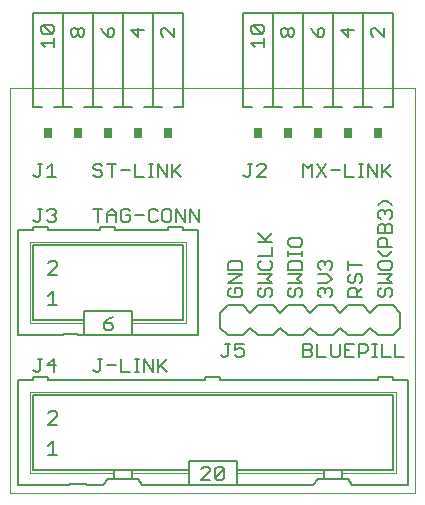
<source format=gto>
G75*
%MOIN*%
%OFA0B0*%
%FSLAX25Y25*%
%IPPOS*%
%LPD*%
%AMOC8*
5,1,8,0,0,1.08239X$1,22.5*
%
%ADD10C,0.00000*%
%ADD11C,0.00500*%
%ADD12C,0.00600*%
%ADD13C,0.00200*%
%ADD14R,0.02600X0.03200*%
D10*
X0014500Y0012000D02*
X0149500Y0012000D01*
X0149500Y0147000D01*
X0014500Y0147000D01*
X0014500Y0012000D01*
D11*
X0027250Y0024750D02*
X0030253Y0024750D01*
X0028751Y0024750D02*
X0028751Y0029254D01*
X0027250Y0027753D01*
X0027250Y0034750D02*
X0030253Y0037753D01*
X0030253Y0038503D01*
X0029502Y0039254D01*
X0028001Y0039254D01*
X0027250Y0038503D01*
X0027250Y0034750D02*
X0030253Y0034750D01*
X0029106Y0052250D02*
X0029106Y0056754D01*
X0026854Y0054502D01*
X0029856Y0054502D01*
X0025253Y0056754D02*
X0023751Y0056754D01*
X0024502Y0056754D02*
X0024502Y0053001D01*
X0023751Y0052250D01*
X0023001Y0052250D01*
X0022250Y0053001D01*
X0042250Y0053001D02*
X0043001Y0052250D01*
X0043751Y0052250D01*
X0044502Y0053001D01*
X0044502Y0056754D01*
X0043751Y0056754D02*
X0045253Y0056754D01*
X0046854Y0054502D02*
X0049856Y0054502D01*
X0051458Y0056754D02*
X0051458Y0052250D01*
X0054460Y0052250D01*
X0056062Y0052250D02*
X0057563Y0052250D01*
X0056812Y0052250D02*
X0056812Y0056754D01*
X0056062Y0056754D02*
X0057563Y0056754D01*
X0059131Y0056754D02*
X0062134Y0052250D01*
X0062134Y0056754D01*
X0063735Y0056754D02*
X0063735Y0052250D01*
X0063735Y0053751D02*
X0066738Y0056754D01*
X0064486Y0054502D02*
X0066738Y0052250D01*
X0059131Y0052250D02*
X0059131Y0056754D01*
X0048753Y0067001D02*
X0048753Y0067751D01*
X0048002Y0068502D01*
X0045750Y0068502D01*
X0045750Y0067001D01*
X0046501Y0066250D01*
X0048002Y0066250D01*
X0048753Y0067001D01*
X0047251Y0070003D02*
X0045750Y0068502D01*
X0047251Y0070003D02*
X0048753Y0070754D01*
X0030253Y0074750D02*
X0027250Y0074750D01*
X0028751Y0074750D02*
X0028751Y0079254D01*
X0027250Y0077753D01*
X0027250Y0084750D02*
X0030253Y0087753D01*
X0030253Y0088503D01*
X0029502Y0089254D01*
X0028001Y0089254D01*
X0027250Y0088503D01*
X0027250Y0084750D02*
X0030253Y0084750D01*
X0029106Y0102250D02*
X0027605Y0102250D01*
X0026854Y0103001D01*
X0028355Y0104502D02*
X0029106Y0104502D01*
X0029856Y0103751D01*
X0029856Y0103001D01*
X0029106Y0102250D01*
X0029106Y0104502D02*
X0029856Y0105253D01*
X0029856Y0106003D01*
X0029106Y0106754D01*
X0027605Y0106754D01*
X0026854Y0106003D01*
X0025253Y0106754D02*
X0023751Y0106754D01*
X0024502Y0106754D02*
X0024502Y0103001D01*
X0023751Y0102250D01*
X0023001Y0102250D01*
X0022250Y0103001D01*
X0023001Y0117250D02*
X0023751Y0117250D01*
X0024502Y0118001D01*
X0024502Y0121754D01*
X0023751Y0121754D02*
X0025253Y0121754D01*
X0026854Y0120253D02*
X0028355Y0121754D01*
X0028355Y0117250D01*
X0026854Y0117250D02*
X0029856Y0117250D01*
X0023001Y0117250D02*
X0022250Y0118001D01*
X0042250Y0118001D02*
X0043001Y0117250D01*
X0044502Y0117250D01*
X0045253Y0118001D01*
X0045253Y0118751D01*
X0044502Y0119502D01*
X0043001Y0119502D01*
X0042250Y0120253D01*
X0042250Y0121003D01*
X0043001Y0121754D01*
X0044502Y0121754D01*
X0045253Y0121003D01*
X0046854Y0121754D02*
X0049856Y0121754D01*
X0048355Y0121754D02*
X0048355Y0117250D01*
X0051458Y0119502D02*
X0054460Y0119502D01*
X0056062Y0121754D02*
X0056062Y0117250D01*
X0059064Y0117250D01*
X0060666Y0117250D02*
X0062167Y0117250D01*
X0061416Y0117250D02*
X0061416Y0121754D01*
X0060666Y0121754D02*
X0062167Y0121754D01*
X0063735Y0121754D02*
X0066738Y0117250D01*
X0066738Y0121754D01*
X0068339Y0121754D02*
X0068339Y0117250D01*
X0068339Y0118751D02*
X0071341Y0121754D01*
X0069090Y0119502D02*
X0071341Y0117250D01*
X0063735Y0117250D02*
X0063735Y0121754D01*
X0062918Y0106754D02*
X0061416Y0106754D01*
X0060666Y0106003D01*
X0060666Y0103001D01*
X0061416Y0102250D01*
X0062918Y0102250D01*
X0063668Y0103001D01*
X0065270Y0103001D02*
X0066020Y0102250D01*
X0067522Y0102250D01*
X0068272Y0103001D01*
X0068272Y0106003D01*
X0067522Y0106754D01*
X0066020Y0106754D01*
X0065270Y0106003D01*
X0065270Y0103001D01*
X0063668Y0106003D02*
X0062918Y0106754D01*
X0059064Y0104502D02*
X0056062Y0104502D01*
X0054460Y0104502D02*
X0054460Y0103001D01*
X0053710Y0102250D01*
X0052208Y0102250D01*
X0051458Y0103001D01*
X0051458Y0106003D01*
X0052208Y0106754D01*
X0053710Y0106754D01*
X0054460Y0106003D01*
X0054460Y0104502D02*
X0052959Y0104502D01*
X0049856Y0104502D02*
X0046854Y0104502D01*
X0046854Y0105253D02*
X0048355Y0106754D01*
X0049856Y0105253D01*
X0049856Y0102250D01*
X0046854Y0102250D02*
X0046854Y0105253D01*
X0045253Y0106754D02*
X0042250Y0106754D01*
X0043751Y0106754D02*
X0043751Y0102250D01*
X0069874Y0102250D02*
X0069874Y0106754D01*
X0072876Y0102250D01*
X0072876Y0106754D01*
X0074477Y0106754D02*
X0077480Y0102250D01*
X0077480Y0106754D01*
X0074477Y0106754D02*
X0074477Y0102250D01*
X0087997Y0089460D02*
X0087246Y0088710D01*
X0087246Y0086458D01*
X0091750Y0086458D01*
X0091750Y0088710D01*
X0090999Y0089460D01*
X0087997Y0089460D01*
X0087246Y0084856D02*
X0091750Y0084856D01*
X0087246Y0081854D01*
X0091750Y0081854D01*
X0090999Y0080253D02*
X0089498Y0080253D01*
X0089498Y0078751D01*
X0087997Y0077250D02*
X0090999Y0077250D01*
X0091750Y0078001D01*
X0091750Y0079502D01*
X0090999Y0080253D01*
X0087997Y0080253D02*
X0087246Y0079502D01*
X0087246Y0078001D01*
X0087997Y0077250D01*
X0097246Y0078001D02*
X0097997Y0077250D01*
X0098747Y0077250D01*
X0099498Y0078001D01*
X0099498Y0079502D01*
X0100249Y0080253D01*
X0100999Y0080253D01*
X0101750Y0079502D01*
X0101750Y0078001D01*
X0100999Y0077250D01*
X0097246Y0078001D02*
X0097246Y0079502D01*
X0097997Y0080253D01*
X0097246Y0081854D02*
X0101750Y0081854D01*
X0100249Y0083355D01*
X0101750Y0084856D01*
X0097246Y0084856D01*
X0097997Y0086458D02*
X0100999Y0086458D01*
X0101750Y0087208D01*
X0101750Y0088710D01*
X0100999Y0089460D01*
X0101750Y0091062D02*
X0101750Y0094064D01*
X0101750Y0095666D02*
X0097246Y0095666D01*
X0099498Y0096416D02*
X0101750Y0098668D01*
X0100249Y0095666D02*
X0097246Y0098668D01*
X0097246Y0091062D02*
X0101750Y0091062D01*
X0097997Y0089460D02*
X0097246Y0088710D01*
X0097246Y0087208D01*
X0097997Y0086458D01*
X0107246Y0086458D02*
X0107246Y0088710D01*
X0107997Y0089460D01*
X0110999Y0089460D01*
X0111750Y0088710D01*
X0111750Y0086458D01*
X0107246Y0086458D01*
X0107246Y0084856D02*
X0111750Y0084856D01*
X0110249Y0083355D01*
X0111750Y0081854D01*
X0107246Y0081854D01*
X0107997Y0080253D02*
X0107246Y0079502D01*
X0107246Y0078001D01*
X0107997Y0077250D01*
X0108747Y0077250D01*
X0109498Y0078001D01*
X0109498Y0079502D01*
X0110249Y0080253D01*
X0110999Y0080253D01*
X0111750Y0079502D01*
X0111750Y0078001D01*
X0110999Y0077250D01*
X0117246Y0078001D02*
X0117997Y0077250D01*
X0117246Y0078001D02*
X0117246Y0079502D01*
X0117997Y0080253D01*
X0118747Y0080253D01*
X0119498Y0079502D01*
X0120249Y0080253D01*
X0120999Y0080253D01*
X0121750Y0079502D01*
X0121750Y0078001D01*
X0120999Y0077250D01*
X0119498Y0078751D02*
X0119498Y0079502D01*
X0120249Y0081854D02*
X0117246Y0081854D01*
X0117246Y0084856D02*
X0120249Y0084856D01*
X0121750Y0083355D01*
X0120249Y0081854D01*
X0120999Y0086458D02*
X0121750Y0087208D01*
X0121750Y0088710D01*
X0120999Y0089460D01*
X0120249Y0089460D01*
X0119498Y0088710D01*
X0119498Y0087959D01*
X0119498Y0088710D02*
X0118747Y0089460D01*
X0117997Y0089460D01*
X0117246Y0088710D01*
X0117246Y0087208D01*
X0117997Y0086458D01*
X0111750Y0091062D02*
X0111750Y0092563D01*
X0111750Y0091812D02*
X0107246Y0091812D01*
X0107246Y0091062D02*
X0107246Y0092563D01*
X0107997Y0094131D02*
X0110999Y0094131D01*
X0111750Y0094882D01*
X0111750Y0096383D01*
X0110999Y0097134D01*
X0107997Y0097134D01*
X0107246Y0096383D01*
X0107246Y0094882D01*
X0107997Y0094131D01*
X0127246Y0089460D02*
X0127246Y0086458D01*
X0127246Y0087959D02*
X0131750Y0087959D01*
X0130999Y0084856D02*
X0131750Y0084106D01*
X0131750Y0082605D01*
X0130999Y0081854D01*
X0129498Y0082605D02*
X0129498Y0084106D01*
X0130249Y0084856D01*
X0130999Y0084856D01*
X0129498Y0082605D02*
X0128747Y0081854D01*
X0127997Y0081854D01*
X0127246Y0082605D01*
X0127246Y0084106D01*
X0127997Y0084856D01*
X0127997Y0080253D02*
X0129498Y0080253D01*
X0130249Y0079502D01*
X0130249Y0077250D01*
X0131750Y0077250D02*
X0127246Y0077250D01*
X0127246Y0079502D01*
X0127997Y0080253D01*
X0130249Y0078751D02*
X0131750Y0080253D01*
X0137246Y0079502D02*
X0137246Y0078001D01*
X0137997Y0077250D01*
X0138747Y0077250D01*
X0139498Y0078001D01*
X0139498Y0079502D01*
X0140249Y0080253D01*
X0140999Y0080253D01*
X0141750Y0079502D01*
X0141750Y0078001D01*
X0140999Y0077250D01*
X0137997Y0080253D02*
X0137246Y0079502D01*
X0137246Y0081854D02*
X0141750Y0081854D01*
X0140249Y0083355D01*
X0141750Y0084856D01*
X0137246Y0084856D01*
X0137997Y0086458D02*
X0140999Y0086458D01*
X0141750Y0087208D01*
X0141750Y0088710D01*
X0140999Y0089460D01*
X0137997Y0089460D01*
X0137246Y0088710D01*
X0137246Y0087208D01*
X0137997Y0086458D01*
X0138747Y0091062D02*
X0137246Y0092563D01*
X0137246Y0094131D02*
X0137246Y0096383D01*
X0137997Y0097134D01*
X0139498Y0097134D01*
X0140249Y0096383D01*
X0140249Y0094131D01*
X0141750Y0094131D02*
X0137246Y0094131D01*
X0138747Y0091062D02*
X0140249Y0091062D01*
X0141750Y0092563D01*
X0141750Y0098735D02*
X0137246Y0098735D01*
X0137246Y0100987D01*
X0137997Y0101738D01*
X0138747Y0101738D01*
X0139498Y0100987D01*
X0139498Y0098735D01*
X0141750Y0098735D02*
X0141750Y0100987D01*
X0140999Y0101738D01*
X0140249Y0101738D01*
X0139498Y0100987D01*
X0137997Y0103339D02*
X0137246Y0104090D01*
X0137246Y0105591D01*
X0137997Y0106341D01*
X0138747Y0106341D01*
X0139498Y0105591D01*
X0140249Y0106341D01*
X0140999Y0106341D01*
X0141750Y0105591D01*
X0141750Y0104090D01*
X0140999Y0103339D01*
X0139498Y0104840D02*
X0139498Y0105591D01*
X0137246Y0107943D02*
X0138747Y0109444D01*
X0140249Y0109444D01*
X0141750Y0107943D01*
X0141341Y0117250D02*
X0139090Y0119502D01*
X0138339Y0118751D02*
X0141341Y0121754D01*
X0138339Y0121754D02*
X0138339Y0117250D01*
X0136738Y0117250D02*
X0136738Y0121754D01*
X0133735Y0121754D02*
X0136738Y0117250D01*
X0133735Y0117250D02*
X0133735Y0121754D01*
X0132167Y0121754D02*
X0130666Y0121754D01*
X0131416Y0121754D02*
X0131416Y0117250D01*
X0130666Y0117250D02*
X0132167Y0117250D01*
X0129064Y0117250D02*
X0126062Y0117250D01*
X0126062Y0121754D01*
X0124460Y0119502D02*
X0121458Y0119502D01*
X0119856Y0117250D02*
X0116854Y0121754D01*
X0115253Y0121754D02*
X0115253Y0117250D01*
X0116854Y0117250D02*
X0119856Y0121754D01*
X0115253Y0121754D02*
X0113751Y0120253D01*
X0112250Y0121754D01*
X0112250Y0117250D01*
X0099856Y0117250D02*
X0096854Y0117250D01*
X0099856Y0120253D01*
X0099856Y0121003D01*
X0099106Y0121754D01*
X0097605Y0121754D01*
X0096854Y0121003D01*
X0095253Y0121754D02*
X0093751Y0121754D01*
X0094502Y0121754D02*
X0094502Y0118001D01*
X0093751Y0117250D01*
X0093001Y0117250D01*
X0092250Y0118001D01*
X0096247Y0160542D02*
X0094746Y0162043D01*
X0099250Y0162043D01*
X0099250Y0160542D02*
X0099250Y0163545D01*
X0098499Y0165146D02*
X0095497Y0168149D01*
X0098499Y0168149D01*
X0099250Y0167398D01*
X0099250Y0165897D01*
X0098499Y0165146D01*
X0095497Y0165146D01*
X0094746Y0165897D01*
X0094746Y0167398D01*
X0095497Y0168149D01*
X0104746Y0166398D02*
X0104746Y0164897D01*
X0105497Y0164146D01*
X0106247Y0164146D01*
X0106998Y0164897D01*
X0106998Y0166398D01*
X0107749Y0167149D01*
X0108499Y0167149D01*
X0109250Y0166398D01*
X0109250Y0164897D01*
X0108499Y0164146D01*
X0107749Y0164146D01*
X0106998Y0164897D01*
X0106998Y0166398D02*
X0106247Y0167149D01*
X0105497Y0167149D01*
X0104746Y0166398D01*
X0114746Y0167149D02*
X0115497Y0165647D01*
X0116998Y0164146D01*
X0116998Y0166398D01*
X0117749Y0167149D01*
X0118499Y0167149D01*
X0119250Y0166398D01*
X0119250Y0164897D01*
X0118499Y0164146D01*
X0116998Y0164146D01*
X0124746Y0166398D02*
X0126998Y0164146D01*
X0126998Y0167149D01*
X0129250Y0166398D02*
X0124746Y0166398D01*
X0134746Y0166398D02*
X0134746Y0164897D01*
X0135497Y0164146D01*
X0134746Y0166398D02*
X0135497Y0167149D01*
X0136247Y0167149D01*
X0139250Y0164146D01*
X0139250Y0167149D01*
X0069250Y0167149D02*
X0069250Y0164146D01*
X0066247Y0167149D01*
X0065497Y0167149D01*
X0064746Y0166398D01*
X0064746Y0164897D01*
X0065497Y0164146D01*
X0059250Y0166398D02*
X0054746Y0166398D01*
X0056998Y0164146D01*
X0056998Y0167149D01*
X0049250Y0166398D02*
X0049250Y0164897D01*
X0048499Y0164146D01*
X0046998Y0164146D01*
X0046998Y0166398D01*
X0047749Y0167149D01*
X0048499Y0167149D01*
X0049250Y0166398D01*
X0046998Y0164146D02*
X0045497Y0165647D01*
X0044746Y0167149D01*
X0039250Y0166398D02*
X0039250Y0164897D01*
X0038499Y0164146D01*
X0037749Y0164146D01*
X0036998Y0164897D01*
X0036998Y0166398D01*
X0037749Y0167149D01*
X0038499Y0167149D01*
X0039250Y0166398D01*
X0036998Y0166398D02*
X0036247Y0167149D01*
X0035497Y0167149D01*
X0034746Y0166398D01*
X0034746Y0164897D01*
X0035497Y0164146D01*
X0036247Y0164146D01*
X0036998Y0164897D01*
X0029250Y0165897D02*
X0028499Y0165146D01*
X0025497Y0168149D01*
X0028499Y0168149D01*
X0029250Y0167398D01*
X0029250Y0165897D01*
X0028499Y0165146D02*
X0025497Y0165146D01*
X0024746Y0165897D01*
X0024746Y0167398D01*
X0025497Y0168149D01*
X0029250Y0163545D02*
X0029250Y0160542D01*
X0029250Y0162043D02*
X0024746Y0162043D01*
X0026247Y0160542D01*
X0086251Y0061754D02*
X0087753Y0061754D01*
X0087002Y0061754D02*
X0087002Y0058001D01*
X0086251Y0057250D01*
X0085501Y0057250D01*
X0084750Y0058001D01*
X0089354Y0058001D02*
X0090105Y0057250D01*
X0091606Y0057250D01*
X0092356Y0058001D01*
X0092356Y0059502D01*
X0091606Y0060253D01*
X0090855Y0060253D01*
X0089354Y0059502D01*
X0089354Y0061754D01*
X0092356Y0061754D01*
X0112250Y0061754D02*
X0112250Y0057250D01*
X0114502Y0057250D01*
X0115253Y0058001D01*
X0115253Y0058751D01*
X0114502Y0059502D01*
X0112250Y0059502D01*
X0112250Y0061754D02*
X0114502Y0061754D01*
X0115253Y0061003D01*
X0115253Y0060253D01*
X0114502Y0059502D01*
X0116854Y0061754D02*
X0116854Y0057250D01*
X0119856Y0057250D01*
X0121458Y0058001D02*
X0122208Y0057250D01*
X0123710Y0057250D01*
X0124460Y0058001D01*
X0124460Y0061754D01*
X0126062Y0061754D02*
X0126062Y0057250D01*
X0129064Y0057250D01*
X0130666Y0057250D02*
X0130666Y0061754D01*
X0132918Y0061754D01*
X0133668Y0061003D01*
X0133668Y0059502D01*
X0132918Y0058751D01*
X0130666Y0058751D01*
X0127563Y0059502D02*
X0126062Y0059502D01*
X0126062Y0061754D02*
X0129064Y0061754D01*
X0135270Y0061754D02*
X0136771Y0061754D01*
X0136020Y0061754D02*
X0136020Y0057250D01*
X0135270Y0057250D02*
X0136771Y0057250D01*
X0138339Y0057250D02*
X0141341Y0057250D01*
X0142943Y0057250D02*
X0145945Y0057250D01*
X0142943Y0057250D02*
X0142943Y0061754D01*
X0138339Y0061754D02*
X0138339Y0057250D01*
X0121458Y0058001D02*
X0121458Y0061754D01*
X0085106Y0020754D02*
X0083605Y0020754D01*
X0082854Y0020003D01*
X0082854Y0017001D01*
X0085856Y0020003D01*
X0085856Y0017001D01*
X0085106Y0016250D01*
X0083605Y0016250D01*
X0082854Y0017001D01*
X0081253Y0016250D02*
X0078250Y0016250D01*
X0081253Y0019253D01*
X0081253Y0020003D01*
X0080502Y0020754D01*
X0079001Y0020754D01*
X0078250Y0020003D01*
X0085106Y0020754D02*
X0085856Y0020003D01*
D12*
X0090000Y0019500D02*
X0090000Y0018500D01*
X0090000Y0014500D01*
X0074000Y0014500D01*
X0058500Y0014500D01*
X0057000Y0016500D01*
X0055000Y0016500D01*
X0049000Y0016500D01*
X0047000Y0016500D01*
X0045500Y0014500D01*
X0040000Y0014500D01*
X0040000Y0015000D01*
X0034000Y0015000D01*
X0034000Y0014500D01*
X0017000Y0014500D01*
X0017000Y0049500D01*
X0022000Y0049500D01*
X0022000Y0050500D01*
X0027000Y0050500D01*
X0027000Y0049500D01*
X0079500Y0049500D01*
X0079500Y0050500D01*
X0084500Y0050500D01*
X0084500Y0049500D01*
X0137000Y0049500D01*
X0137000Y0050500D01*
X0142000Y0050500D01*
X0142000Y0049500D01*
X0147000Y0049500D01*
X0147000Y0014500D01*
X0128500Y0014500D01*
X0127000Y0016500D01*
X0125000Y0016500D01*
X0119000Y0016500D01*
X0117000Y0016500D01*
X0115500Y0014500D01*
X0090000Y0014500D01*
X0090000Y0019500D02*
X0119000Y0019500D01*
X0125000Y0019500D01*
X0125000Y0018500D01*
X0125000Y0016500D01*
X0125000Y0019500D02*
X0142000Y0019500D01*
X0142000Y0044500D01*
X0022000Y0044500D01*
X0022000Y0019500D01*
X0049000Y0019500D01*
X0055000Y0019500D01*
X0055000Y0018500D01*
X0055000Y0016500D01*
X0055000Y0019500D02*
X0074000Y0019500D01*
X0074000Y0018500D01*
X0074000Y0014500D01*
X0074000Y0019500D02*
X0074000Y0022500D01*
X0090000Y0022500D01*
X0090000Y0019500D01*
X0119000Y0019500D02*
X0119000Y0018500D01*
X0119000Y0016500D01*
X0117000Y0064500D02*
X0122000Y0064500D01*
X0124500Y0067000D01*
X0127000Y0064500D01*
X0132000Y0064500D01*
X0134500Y0067000D01*
X0137000Y0064500D01*
X0142000Y0064500D01*
X0144500Y0067000D01*
X0144500Y0072000D01*
X0142000Y0074500D01*
X0137000Y0074500D01*
X0134500Y0072000D01*
X0132000Y0074500D01*
X0127000Y0074500D01*
X0124500Y0072000D01*
X0122000Y0074500D01*
X0117000Y0074500D01*
X0114500Y0072000D01*
X0112000Y0074500D01*
X0107000Y0074500D01*
X0104500Y0072000D01*
X0102000Y0074500D01*
X0097000Y0074500D01*
X0094500Y0072000D01*
X0092000Y0074500D01*
X0087000Y0074500D01*
X0084500Y0072000D01*
X0084500Y0067000D01*
X0087000Y0064500D01*
X0092000Y0064500D01*
X0094500Y0067000D01*
X0097000Y0064500D01*
X0102000Y0064500D01*
X0104500Y0067000D01*
X0107000Y0064500D01*
X0112000Y0064500D01*
X0114500Y0067000D01*
X0117000Y0064500D01*
X0077000Y0064500D02*
X0055000Y0064500D01*
X0055000Y0068500D01*
X0055000Y0069500D01*
X0072000Y0069500D01*
X0072000Y0094500D01*
X0022000Y0094500D01*
X0022000Y0069500D01*
X0039000Y0069500D01*
X0039000Y0068500D01*
X0039000Y0064500D01*
X0037000Y0064500D01*
X0037000Y0065000D01*
X0032000Y0065000D01*
X0032000Y0064500D01*
X0017000Y0064500D01*
X0017000Y0099500D01*
X0022000Y0099500D01*
X0022000Y0100500D01*
X0027000Y0100500D01*
X0027000Y0099500D01*
X0044500Y0099500D01*
X0044500Y0100500D01*
X0049500Y0100500D01*
X0049500Y0099500D01*
X0067000Y0099500D01*
X0067000Y0100500D01*
X0072000Y0100500D01*
X0072000Y0099500D01*
X0077000Y0099500D01*
X0077000Y0064500D01*
X0055000Y0064500D02*
X0039000Y0064500D01*
X0039000Y0069500D02*
X0039000Y0072500D01*
X0055000Y0072500D01*
X0055000Y0069500D01*
X0049000Y0019500D02*
X0049000Y0018500D01*
X0049000Y0016500D01*
X0049000Y0140500D02*
X0052000Y0140500D01*
X0052000Y0172000D01*
X0042000Y0172000D01*
X0032000Y0172000D01*
X0022000Y0172000D01*
X0022000Y0140500D01*
X0025000Y0140500D01*
X0029000Y0140500D02*
X0032000Y0140500D01*
X0035000Y0140500D01*
X0032000Y0140500D02*
X0032000Y0172000D01*
X0042000Y0172000D02*
X0042000Y0140500D01*
X0039000Y0140500D01*
X0042000Y0140500D02*
X0045000Y0140500D01*
X0052000Y0140500D02*
X0055000Y0140500D01*
X0059000Y0140500D02*
X0062000Y0140500D01*
X0062000Y0172000D01*
X0072000Y0172000D01*
X0072000Y0140500D01*
X0069000Y0140500D01*
X0065000Y0140500D02*
X0062000Y0140500D01*
X0062000Y0172000D02*
X0052000Y0172000D01*
X0092000Y0172000D02*
X0092000Y0140500D01*
X0095000Y0140500D01*
X0099000Y0140500D02*
X0102000Y0140500D01*
X0105000Y0140500D01*
X0102000Y0140500D02*
X0102000Y0172000D01*
X0112000Y0172000D01*
X0112000Y0140500D01*
X0109000Y0140500D01*
X0112000Y0140500D02*
X0115000Y0140500D01*
X0119000Y0140500D02*
X0122000Y0140500D01*
X0122000Y0172000D01*
X0112000Y0172000D01*
X0102000Y0172000D02*
X0092000Y0172000D01*
X0122000Y0172000D02*
X0132000Y0172000D01*
X0142000Y0172000D01*
X0142000Y0140500D01*
X0139000Y0140500D01*
X0135000Y0140500D02*
X0132000Y0140500D01*
X0129000Y0140500D01*
X0132000Y0140500D02*
X0132000Y0172000D01*
X0125000Y0140500D02*
X0122000Y0140500D01*
D13*
X0073000Y0095500D02*
X0021000Y0095500D01*
X0021000Y0068500D01*
X0039000Y0068500D01*
X0055000Y0068500D02*
X0073000Y0068500D01*
X0073000Y0095500D01*
X0021000Y0045500D02*
X0021000Y0018500D01*
X0049000Y0018500D01*
X0055000Y0018500D02*
X0074000Y0018500D01*
X0090000Y0018500D02*
X0119000Y0018500D01*
X0125000Y0018500D02*
X0143000Y0018500D01*
X0143000Y0045500D01*
X0021000Y0045500D01*
D14*
X0027000Y0132000D03*
X0037000Y0132000D03*
X0047000Y0132000D03*
X0057000Y0132000D03*
X0067000Y0132000D03*
X0097000Y0132000D03*
X0107000Y0132000D03*
X0117000Y0132000D03*
X0127000Y0132000D03*
X0137000Y0132000D03*
M02*

</source>
